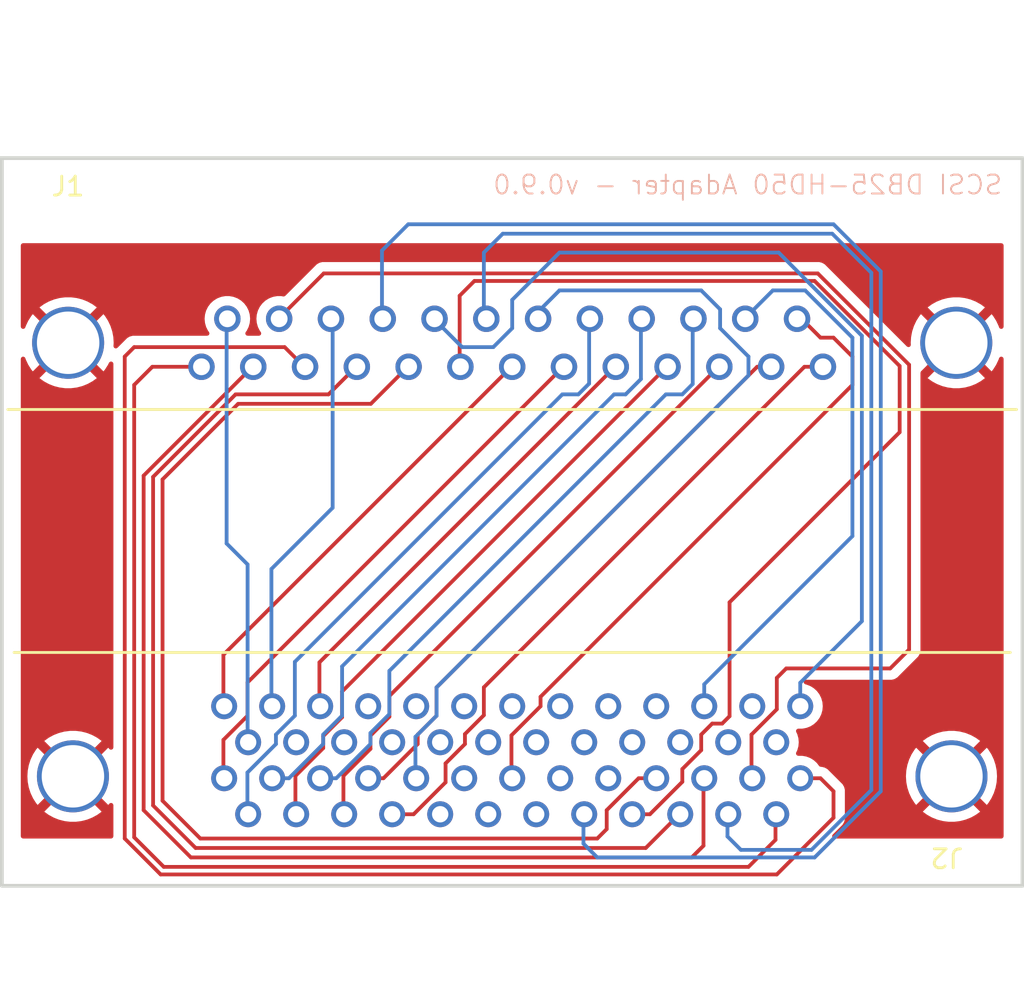
<source format=kicad_pcb>
(kicad_pcb (version 20240108) (generator "pcbnew") (generator_version "8.0")
  (layers (0 "F.Cu" signal) (31 "B.Cu" signal) (34 "B.Paste" user) (35 "F.Paste" user) (36 "B.SilkS" user "B.Silkscreen") (37 "F.SilkS" user "F.Silkscreen") (38 "B.Mask" user) (39 "F.Mask" user) (44 "Edge.Cuts" user))
  (net 0 "")
  (net 1 "I{slash}O")
  (net 7 "{slash}RST")
  (net 12 "BSY")
  (net 15 "{slash}REQ")
  (net 16 "{slash}MSG")
  (net 17 "{slash}ASK")
  (net 18 "DB6")
  (net 19 "GND2")
  (net 20 "GND3")
  (net 21 "PARITY")
  (net 22 "DB3")
  (net 23 "SEL")
  (net 24 "DB2")
  (net 25 "GND")
  (net 26 "DB4")
  (net 27 "GND1")
  (net 28 "GND6")
  (net 29 "DB0")
  (net 30 "TMPWR")
  (net 31 "GND4")
  (net 32 "GND5")
  (net 33 "DB7")
  (net 34 "C{slash}D")
  (net 35 "DB1")
  (net 36 "DB5")
  (net 37 "{slash}ATN")
  (net 48 "unconnected-(J2-Pad22)")
  (net 50 "unconnected-(J2-Pad20)")
  (net 51 "unconnected-(J2-Pad24)")
  (footprint "Local:TE_5749084_5" (layer "F.Cu") (at 144.8 121.2828 180)
    (property "Reference" "J2")
    (property "Value" "5749084-5" (hide yes))
  )
  (footprint "Local:TE_5747846_4" (layer "F.Cu") (at 145.5 84.6622)
    (property "Reference" "J1")
    (property "Value" "5745783-4" (hide yes))
  )
  (gr_rect (start 118.5 86.5) (end 172.5 125) (stroke (width 0.2)) (fill none) (layer "Edge.Cuts"))
  (gr_text "SCSI DB25-HD50 Adapter - v0.9.0" (at 171.5 88.5 0) (layer "B.SilkS") (effects (font (size 1 1) (thickness 0.1)) (justify left bottom mirror)))
  (segment (start 134.500002 97.54) (end 133.460002 96.5) (width 0.2) (layer "F.Cu") (net 1))
  (segment (start 125.5 96.5) (end 125 97) (width 0.2) (layer "F.Cu") (net 1))
  (segment (start 133.460002 96.5) (end 125.5 96.5) (width 0.2) (layer "F.Cu") (net 1))
  (segment (start 162.5 121.4) (end 162.5 120) (width 0.2) (layer "F.Cu") (net 1))
  (segment (start 126.9 124.4) (end 159.5 124.4) (width 0.2) (layer "F.Cu") (net 1))
  (segment (start 162.5 120) (end 161.81 119.31) (width 0.2) (layer "F.Cu") (net 1))
  (segment (start 161.81 119.31) (end 160.7 119.31) (width 0.2) (layer "F.Cu") (net 1))
  (segment (start 125 122.5) (end 126.9 124.4) (width 0.2) (layer "F.Cu") (net 1))
  (segment (start 125 97) (end 125 122.5) (width 0.2) (layer "F.Cu") (net 1))
  (segment (start 159.5 124.4) (end 162.5 121.4) (width 0.2) (layer "F.Cu") (net 1))
  (segment (start 128.75 123) (end 152.565 123) (width 0.2) (layer "F.Cu") (net 7))
  (segment (start 130.865688 99) (end 126.5 103.365688) (width 0.2) (layer "F.Cu") (net 7))
  (segment (start 126.5 103.365688) (end 126.5 120.75) (width 0.2) (layer "F.Cu") (net 7))
  (segment (start 152.565 123) (end 154.35 121.215) (width 0.2) (layer "F.Cu") (net 7))
  (segment (start 137.240001 97.54) (end 135.780001 99) (width 0.2) (layer "F.Cu") (net 7))
  (segment (start 126.5 120.75) (end 128.75 123) (width 0.2) (layer "F.Cu") (net 7))
  (segment (start 135.780001 99) (end 130.865688 99) (width 0.2) (layer "F.Cu") (net 7))
  (segment (start 142.72 97.54) (end 142.72 93.78) (width 0.2) (layer "F.Cu") (net 12))
  (segment (start 166 101) (end 157 110) (width 0.2) (layer "F.Cu") (net 12))
  (segment (start 142.72 93.78) (end 143.5 93) (width 0.2) (layer "F.Cu") (net 12))
  (segment (start 156.0808 116.4192) (end 155.5 117) (width 0.2) (layer "F.Cu") (net 12))
  (segment (start 161.5 93) (end 166 97.5) (width 0.2) (layer "F.Cu") (net 12))
  (segment (start 143 97.26) (end 142.72 97.54) (width 0.2) (layer "F.Cu") (net 12))
  (segment (start 143.5 93) (end 161.5 93) (width 0.2) (layer "F.Cu") (net 12))
  (segment (start 157 110) (end 157 116.027066) (width 0.2) (layer "F.Cu") (net 12))
  (segment (start 156.607866 116.4192) (end 156.0808 116.4192) (width 0.2) (layer "F.Cu") (net 12))
  (segment (start 166 97.5) (end 166 101) (width 0.2) (layer "F.Cu") (net 12))
  (segment (start 154.5 118.824566) (end 154.5 119.5) (width 0.2) (layer "F.Cu") (net 12))
  (segment (start 152.785 121.215) (end 151.81 121.215) (width 0.2) (layer "F.Cu") (net 12))
  (segment (start 155.5 117) (end 155.5 117.824566) (width 0.2) (layer "F.Cu") (net 12))
  (segment (start 155.5 117.824566) (end 154.5 118.824566) (width 0.2) (layer "F.Cu") (net 12))
  (segment (start 154.5 119.5) (end 152.785 121.215) (width 0.2) (layer "F.Cu") (net 12))
  (segment (start 157 116.027066) (end 156.607866 116.4192) (width 0.2) (layer "F.Cu") (net 12))
  (segment (start 125.5 98.5) (end 125.5 122.434314) (width 0.2) (layer "F.Cu") (net 15))
  (segment (start 129.020002 97.54) (end 126.46 97.54) (width 0.2) (layer "F.Cu") (net 15))
  (segment (start 126.46 97.54) (end 125.5 98.5) (width 0.2) (layer "F.Cu") (net 15))
  (segment (start 159.43 122.57) (end 159.43 121.215) (width 0.2) (layer "F.Cu") (net 15))
  (segment (start 158 124) (end 159.43 122.57) (width 0.2) (layer "F.Cu") (net 15))
  (segment (start 125.5 122.434314) (end 127.065686 124) (width 0.2) (layer "F.Cu") (net 15))
  (segment (start 127.065686 124) (end 158 124) (width 0.2) (layer "F.Cu") (net 15))
  (segment (start 155.62 122.88) (end 155.62 119.31) (width 0.2) (layer "F.Cu") (net 16))
  (segment (start 131.760002 97.54) (end 126 103.300002) (width 0.2) (layer "F.Cu") (net 16))
  (segment (start 155 123.5) (end 155.62 122.88) (width 0.2) (layer "F.Cu") (net 16))
  (segment (start 126 121) (end 128.5 123.5) (width 0.2) (layer "F.Cu") (net 16))
  (segment (start 128.5 123.5) (end 155 123.5) (width 0.2) (layer "F.Cu") (net 16))
  (segment (start 126 103.300002) (end 126 121) (width 0.2) (layer "F.Cu") (net 16))
  (segment (start 150.5 122) (end 150.5 121) (width 0.2) (layer "F.Cu") (net 17))
  (segment (start 139.980001 97.54) (end 138.020001 99.5) (width 0.2) (layer "F.Cu") (net 17))
  (segment (start 138.020001 99.5) (end 131 99.5) (width 0.2) (layer "F.Cu") (net 17))
  (segment (start 127 103.5) (end 127 120.5) (width 0.2) (layer "F.Cu") (net 17))
  (segment (start 152.19 119.31) (end 153.08 119.31) (width 0.2) (layer "F.Cu") (net 17))
  (segment (start 131 99.5) (end 127 103.5) (width 0.2) (layer "F.Cu") (net 17))
  (segment (start 127 120.5) (end 129 122.5) (width 0.2) (layer "F.Cu") (net 17))
  (segment (start 150.5 121) (end 152.19 119.31) (width 0.2) (layer "F.Cu") (net 17))
  (segment (start 129 122.5) (end 150 122.5) (width 0.2) (layer "F.Cu") (net 17))
  (segment (start 150 122.5) (end 150.5 122) (width 0.2) (layer "F.Cu") (net 17))
  (segment (start 159.159998 97.54) (end 158.46 97.54) (width 0.2) (layer "F.Cu") (net 18))
  (segment (start 141.5 114.5) (end 141.5 116) (width 0.2) (layer "F.Cu") (net 18))
  (segment (start 141.5 116) (end 140.5 117) (width 0.2) (layer "F.Cu") (net 18))
  (segment (start 138.69 119.31) (end 137.84 119.31) (width 0.2) (layer "F.Cu") (net 18))
  (segment (start 140.5 117.5) (end 138.69 119.31) (width 0.2) (layer "F.Cu") (net 18))
  (segment (start 140.5 117) (end 140.5 117.5) (width 0.2) (layer "F.Cu") (net 18))
  (segment (start 158.46 97.54) (end 141.5 114.5) (width 0.2) (layer "F.Cu") (net 18))
  (segment (start 135.3 113.179999) (end 135.3 115.5) (width 0.2) (layer "F.Cu") (net 19))
  (segment (start 150.939999 97.54) (end 135.3 113.179999) (width 0.2) (layer "F.Cu") (net 19))
  (segment (start 131.5 117.395) (end 131.49 117.405) (width 0.2) (layer "B.Cu") (net 20))
  (segment (start 130.390002 95) (end 130.390002 106.890002) (width 0.2) (layer "B.Cu") (net 20))
  (segment (start 131.5 108) (end 131.5 117.395) (width 0.2) (layer "B.Cu") (net 20))
  (segment (start 130.390002 106.890002) (end 131.5 108) (width 0.2) (layer "B.Cu") (net 20))
  (segment (start 140.38 117.12) (end 140.38 119.31) (width 0.2) (layer "B.Cu") (net 21))
  (segment (start 146.83 95) (end 146.83 94.67) (width 0.2) (layer "B.Cu") (net 21))
  (segment (start 141.5 116) (end 140.38 117.12) (width 0.2) (layer "B.Cu") (net 21))
  (segment (start 156.5 95.5) (end 158 97) (width 0.2) (layer "B.Cu") (net 21))
  (segment (start 141.5 114.5) (end 141.5 116) (width 0.2) (layer "B.Cu") (net 21))
  (segment (start 156.5 94.5) (end 156.5 95.5) (width 0.2) (layer "B.Cu") (net 21))
  (segment (start 146.83 94.67) (end 148 93.5) (width 0.2) (layer "B.Cu") (net 21))
  (segment (start 158 97) (end 158 98) (width 0.2) (layer "B.Cu") (net 21))
  (segment (start 158 98) (end 141.5 114.5) (width 0.2) (layer "B.Cu") (net 21))
  (segment (start 148 93.5) (end 155.5 93.5) (width 0.2) (layer "B.Cu") (net 21))
  (segment (start 155.5 93.5) (end 156.5 94.5) (width 0.2) (layer "B.Cu") (net 21))
  (segment (start 135.5 117.715868) (end 134.03 119.185868) (width 0.2) (layer "F.Cu") (net 22))
  (segment (start 136.5 116.080868) (end 135.5 117.080868) (width 0.2) (layer "F.Cu") (net 22))
  (segment (start 136.5 114.719999) (end 136.5 116.080868) (width 0.2) (layer "F.Cu") (net 22))
  (segment (start 153.679999 97.54) (end 136.5 114.719999) (width 0.2) (layer "F.Cu") (net 22))
  (segment (start 135.5 117.080868) (end 135.5 117.715868) (width 0.2) (layer "F.Cu") (net 22))
  (segment (start 134.03 119.185868) (end 134.03 121.215) (width 0.2) (layer "F.Cu") (net 22))
  (segment (start 161.334314 123.1) (end 157.6 123.1) (width 0.2) (layer "B.Cu") (net 23))
  (segment (start 162.434314 90.5) (end 164.5 92.565686) (width 0.2) (layer "B.Cu") (net 23))
  (segment (start 144 94.91) (end 144 91.5) (width 0.2) (layer "B.Cu") (net 23))
  (segment (start 164.5 119.934314) (end 161.334314 123.1) (width 0.2) (layer "B.Cu") (net 23))
  (segment (start 157.6 123.1) (end 156.89 122.39) (width 0.2) (layer "B.Cu") (net 23))
  (segment (start 144 91.5) (end 145 90.5) (width 0.2) (layer "B.Cu") (net 23))
  (segment (start 144.09 95) (end 144 94.91) (width 0.2) (layer "B.Cu") (net 23))
  (segment (start 164.5 92.565686) (end 164.5 119.934314) (width 0.2) (layer "B.Cu") (net 23))
  (segment (start 145 90.5) (end 162.434314 90.5) (width 0.2) (layer "B.Cu") (net 23))
  (segment (start 156.89 122.39) (end 156.89 121.215) (width 0.2) (layer "B.Cu") (net 23))
  (segment (start 135.5 117) (end 135.5 117.5) (width 0.2) (layer "B.Cu") (net 24))
  (segment (start 136.5 113.392092) (end 136.5 116) (width 0.2) (layer "B.Cu") (net 24))
  (segment (start 135.5 117.5) (end 133.69 119.31) (width 0.2) (layer "B.Cu") (net 24))
  (segment (start 136.5 116) (end 135.5 117) (width 0.2) (layer "B.Cu") (net 24))
  (segment (start 151.5 99) (end 150.892092 99) (width 0.2) (layer "B.Cu") (net 24))
  (segment (start 152.309999 98.190001) (end 151.5 99) (width 0.2) (layer "B.Cu") (net 24))
  (segment (start 133.69 119.31) (end 132.76 119.31) (width 0.2) (layer "B.Cu") (net 24))
  (segment (start 150.892092 99) (end 136.5 113.392092) (width 0.2) (layer "B.Cu") (net 24))
  (segment (start 152.309999 95) (end 152.309999 98.190001) (width 0.2) (layer "B.Cu") (net 24))
  (segment (start 121.965 118.9544) (end 122.219 119.2084) (width 0.2) (layer "F.Cu") (net 25))
  (segment (start 168.955 118.9544) (end 168.701 119.2084) (width 0.2) (layer "F.Cu") (net 25))
  (segment (start 121.965 118.9544) (end 122.219 119.2084) (width 0.2) (layer "B.Cu") (net 25))
  (segment (start 168.701 96.524) (end 168.955 96.27) (width 0.2) (layer "B.Cu") (net 25))
  (segment (start 139 115.9192) (end 138 116.9192) (width 0.2) (layer "B.Cu") (net 26))
  (segment (start 138 117.5) (end 136.19 119.31) (width 0.2) (layer "B.Cu") (net 26))
  (segment (start 139 113.632092) (end 139 115.9192) (width 0.2) (layer "B.Cu") (net 26))
  (segment (start 154.5 99) (end 153.632092 99) (width 0.2) (layer "B.Cu") (net 26))
  (segment (start 153.632092 99) (end 139 113.632092) (width 0.2) (layer "B.Cu") (net 26))
  (segment (start 155.049999 98.450001) (end 154.5 99) (width 0.2) (layer "B.Cu") (net 26))
  (segment (start 138 116.9192) (end 138 117.5) (width 0.2) (layer "B.Cu") (net 26))
  (segment (start 136.19 119.31) (end 135.3 119.31) (width 0.2) (layer "B.Cu") (net 26))
  (segment (start 155.049999 95) (end 155.049999 98.450001) (width 0.2) (layer "B.Cu") (net 26))
  (segment (start 145.46 97.54) (end 130.22 112.78) (width 0.2) (layer "F.Cu") (net 27))
  (segment (start 130.22 112.78) (end 130.22 115.5) (width 0.2) (layer "F.Cu") (net 27))
  (segment (start 155.66 114.34) (end 163.5 106.5) (width 0.2) (layer "B.Cu") (net 28))
  (segment (start 163.5 96) (end 161 93.5) (width 0.2) (layer "B.Cu") (net 28))
  (segment (start 155.66 115.5) (end 155.66 114.34) (width 0.2) (layer "B.Cu") (net 28))
  (segment (start 159.289998 93.5) (end 157.789998 95) (width 0.2) (layer "B.Cu") (net 28))
  (segment (start 163.5 106.5) (end 163.5 96) (width 0.2) (layer "B.Cu") (net 28))
  (segment (start 161 93.5) (end 159.289998 93.5) (width 0.2) (layer "B.Cu") (net 28))
  (segment (start 131.5 116.000868) (end 130.22 117.280868) (width 0.2) (layer "F.Cu") (net 29))
  (segment (start 130.22 117.280868) (end 130.22 119.31) (width 0.2) (layer "F.Cu") (net 29))
  (segment (start 131.5 114.24) (end 131.5 116.000868) (width 0.2) (layer "F.Cu") (net 29))
  (segment (start 148.2 97.54) (end 131.5 114.24) (width 0.2) (layer "F.Cu") (net 29))
  (segment (start 163.5 97) (end 163.5 98.5) (width 0.2) (layer "F.Cu") (net 30))
  (segment (start 162.5 96) (end 163.5 97) (width 0.2) (layer "F.Cu") (net 30))
  (segment (start 145.46 117.04) (end 145.46 119.31) (width 0.2) (layer "F.Cu") (net 30))
  (segment (start 161 95.227909) (end 161.04 95.227909) (width 0.2) (layer "F.Cu") (net 30))
  (segment (start 147 115) (end 147 115.5) (width 0.2) (layer "F.Cu") (net 30))
  (segment (start 147 115.5) (end 145.46 117.04) (width 0.2) (layer "F.Cu") (net 30))
  (segment (start 160.772091 95) (end 161 95.227909) (width 0.2) (layer "F.Cu") (net 30))
  (segment (start 161.812091 96) (end 162.5 96) (width 0.2) (layer "F.Cu") (net 30))
  (segment (start 163.5 98.5) (end 147 115) (width 0.2) (layer "F.Cu") (net 30))
  (segment (start 161.04 95.227909) (end 161.812091 96) (width 0.2) (layer "F.Cu") (net 30))
  (segment (start 160.529998 95) (end 160.772091 95) (width 0.2) (layer "F.Cu") (net 30))
  (segment (start 135.870001 95) (end 136 95.129999) (width 0.2) (layer "B.Cu") (net 31))
  (segment (start 136 105) (end 132.76 108.24) (width 0.2) (layer "B.Cu") (net 31))
  (segment (start 132.76 108.24) (end 132.76 115.5) (width 0.2) (layer "B.Cu") (net 31))
  (segment (start 136 95.129999) (end 136 105) (width 0.2) (layer "B.Cu") (net 31))
  (segment (start 164 95.9) (end 164 111) (width 0.2) (layer "B.Cu") (net 32))
  (segment (start 144.5 96.5) (end 145.5 95.5) (width 0.2) (layer "B.Cu") (net 32))
  (segment (start 160.74 114.26) (end 160.74 115.5) (width 0.2) (layer "B.Cu") (net 32))
  (segment (start 164 111) (end 160.74 114.26) (width 0.2) (layer "B.Cu") (net 32))
  (segment (start 159.6 91.5) (end 164 95.9) (width 0.2) (layer "B.Cu") (net 32))
  (segment (start 142.850001 96.5) (end 144.5 96.5) (width 0.2) (layer "B.Cu") (net 32))
  (segment (start 145.5 94) (end 148 91.5) (width 0.2) (layer "B.Cu") (net 32))
  (segment (start 141.350001 95) (end 142.850001 96.5) (width 0.2) (layer "B.Cu") (net 32))
  (segment (start 148 91.5) (end 159.6 91.5) (width 0.2) (layer "B.Cu") (net 32))
  (segment (start 145.5 95.5) (end 145.5 94) (width 0.2) (layer "B.Cu") (net 32))
  (segment (start 143 116.9742) (end 143 117.5) (width 0.2) (layer "F.Cu") (net 33))
  (segment (start 140.285 121.215) (end 139.11 121.215) (width 0.2) (layer "F.Cu") (net 33))
  (segment (start 143 117.5) (end 141.9742 118.5258) (width 0.2) (layer "F.Cu") (net 33))
  (segment (start 144 115.9742) (end 143 116.9742) (width 0.2) (layer "F.Cu") (net 33))
  (segment (start 161.899998 97.54) (end 160.96 97.54) (width 0.2) (layer "F.Cu") (net 33))
  (segment (start 141.9742 119.5258) (end 140.285 121.215) (width 0.2) (layer "F.Cu") (net 33))
  (segment (start 141.9742 118.5258) (end 141.9742 119.5258) (width 0.2) (layer "F.Cu") (net 33))
  (segment (start 160.96 97.54) (end 144 114.5) (width 0.2) (layer "F.Cu") (net 33))
  (segment (start 144 114.5) (end 144 115.9742) (width 0.2) (layer "F.Cu") (net 33))
  (segment (start 161.665686 92.6) (end 166.5 97.434314) (width 0.2) (layer "F.Cu") (net 34))
  (segment (start 159.5 114) (end 159.5 115.66) (width 0.2) (layer "F.Cu") (net 34))
  (segment (start 166.5 97.434314) (end 166.5 112.5) (width 0.2) (layer "F.Cu") (net 34))
  (segment (start 165.5 113.5) (end 160 113.5) (width 0.2) (layer "F.Cu") (net 34))
  (segment (start 159.5 115.66) (end 158.16 117) (width 0.2) (layer "F.Cu") (net 34))
  (segment (start 158.16 117) (end 158.16 119.31) (width 0.2) (layer "F.Cu") (net 34))
  (segment (start 135.530002 92.6) (end 161.665686 92.6) (width 0.2) (layer "F.Cu") (net 34))
  (segment (start 133.130002 95) (end 135.530002 92.6) (width 0.2) (layer "F.Cu") (net 34))
  (segment (start 166.5 112.5) (end 165.5 113.5) (width 0.2) (layer "F.Cu") (net 34))
  (segment (start 160 113.5) (end 159.5 114) (width 0.2) (layer "F.Cu") (net 34))
  (segment (start 149 99) (end 148.152093 99) (width 0.2) (layer "B.Cu") (net 35))
  (segment (start 149.569999 95) (end 149.569999 98.430001) (width 0.2) (layer "B.Cu") (net 35))
  (segment (start 131.49 119.01) (end 131.49 121.215) (width 0.2) (layer "B.Cu") (net 35))
  (segment (start 149.569999 98.430001) (end 149 99) (width 0.2) (layer "B.Cu") (net 35))
  (segment (start 134 116) (end 133 117) (width 0.2) (layer "B.Cu") (net 35))
  (segment (start 133 117.5) (end 131.49 119.01) (width 0.2) (layer "B.Cu") (net 35))
  (segment (start 133 117) (end 133 117.5) (width 0.2) (layer "B.Cu") (net 35))
  (segment (start 134 113.152093) (end 134 116) (width 0.2) (layer "B.Cu") (net 35))
  (segment (start 148.152093 99) (end 134 113.152093) (width 0.2) (layer "B.Cu") (net 35))
  (segment (start 156.419998 97.54) (end 139 114.959998) (width 0.2) (layer "F.Cu") (net 36))
  (segment (start 138 117.0558) (end 138 117.755868) (width 0.2) (layer "F.Cu") (net 36))
  (segment (start 139 116.0558) (end 138 117.0558) (width 0.2) (layer "F.Cu") (net 36))
  (segment (start 139 114.959998) (end 139 116.0558) (width 0.2) (layer "F.Cu") (net 36))
  (segment (start 138 117.755868) (end 136.57 119.185868) (width 0.2) (layer "F.Cu") (net 36))
  (segment (start 136.57 119.185868) (end 136.57 121.215) (width 0.2) (layer "F.Cu") (net 36))
  (segment (start 161.5 123.5) (end 150 123.5) (width 0.2) (layer "B.Cu") (net 37))
  (segment (start 138.610001 95) (end 138.610001 91.389999) (width 0.2) (layer "B.Cu") (net 37))
  (segment (start 140 90) (end 162.5 90) (width 0.2) (layer "B.Cu") (net 37))
  (segment (start 149.27 122.77) (end 149.27 121.215) (width 0.2) (layer "B.Cu") (net 37))
  (segment (start 165 120) (end 161.5 123.5) (width 0.2) (layer "B.Cu") (net 37))
  (segment (start 150 123.5) (end 149.27 122.77) (width 0.2) (layer "B.Cu") (net 37))
  (segment (start 165 92.5) (end 165 120) (width 0.2) (layer "B.Cu") (net 37))
  (segment (start 162.5 90) (end 165 92.5) (width 0.2) (layer "B.Cu") (net 37))
  (segment (start 138.610001 91.389999) (end 140 90) (width 0.2) (layer "B.Cu") (net 37))
  (segment (start 156.89 117.405) (end 157 117.295) (width 0.2) (layer "B.Cu") (net 48))
  (segment (start 154.35 117.405) (end 154.39 117.365) (width 0.2) (layer "B.Cu") (net 50))
  (segment (start 159.43 117.405) (end 159.525 117.5) (width 0.2) (layer "B.Cu") (net 51))
  (zone (net 25) (net_name "GND") (layer "F.Cu") (name "GND") (connect_pads (clearance 0.5)) (min_thickness 0.25) (fill yes (thermal_gap 0.5) (thermal_bridge_width 0.5))
    (polygon (pts (xy 119.5 91) (xy 171.5 91) (xy 171.5 122.5) (xy 119.5 122.5)))
  )
)
</source>
